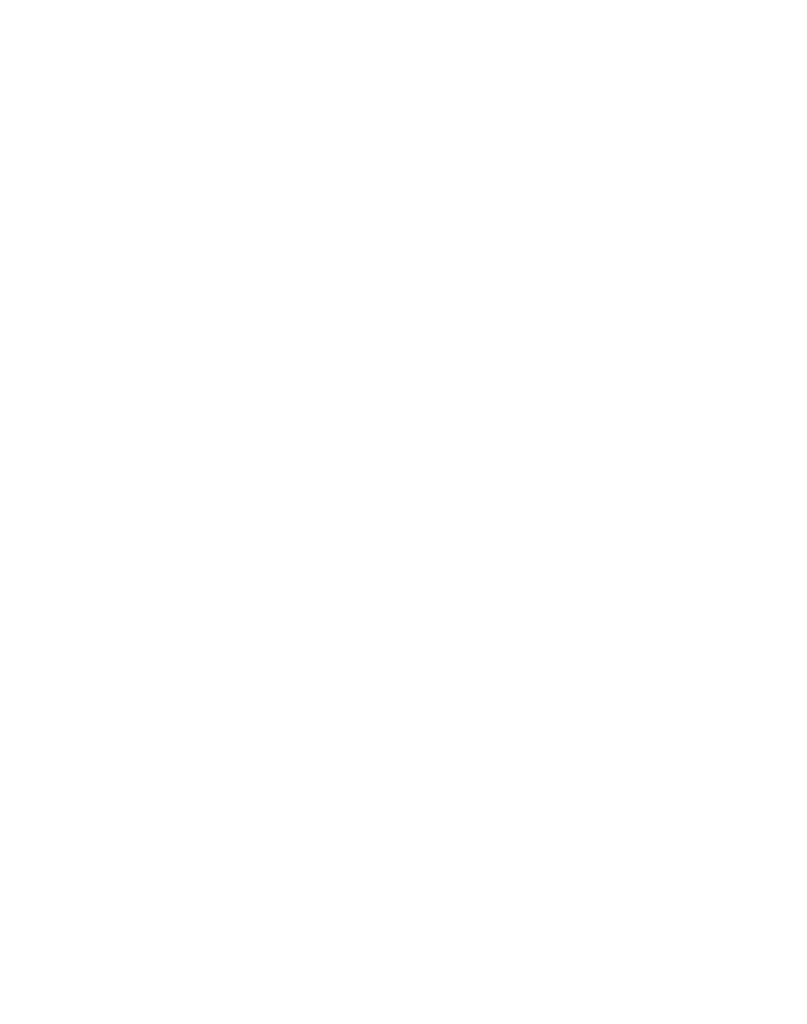
<source format=kicad_pcb>
(kicad_pcb (version 20171130) (host pcbnew "(5.0.1)-4")

  (general
    (thickness 1.6)
    (drawings 45)
    (tracks 0)
    (zones 0)
    (modules 0)
    (nets 1)
  )

  (page A4)
  (layers
    (0 F.Cu signal)
    (31 B.Cu signal)
    (32 B.Adhes user)
    (33 F.Adhes user)
    (34 B.Paste user)
    (35 F.Paste user)
    (36 B.SilkS user)
    (37 F.SilkS user)
    (38 B.Mask user)
    (39 F.Mask user)
    (40 Dwgs.User user)
    (41 Cmts.User user)
    (42 Eco1.User user)
    (43 Eco2.User user)
    (44 Edge.Cuts user)
    (45 Margin user)
    (46 B.CrtYd user)
    (47 F.CrtYd user)
    (48 B.Fab user)
    (49 F.Fab user)
  )

  (setup
    (last_trace_width 0.25)
    (trace_clearance 0.2)
    (zone_clearance 0)
    (zone_45_only no)
    (trace_min 0.2)
    (segment_width 0.1)
    (edge_width 0.15)
    (via_size 0.8)
    (via_drill 0.4)
    (via_min_size 0.4)
    (via_min_drill 0.3)
    (uvia_size 0.3)
    (uvia_drill 0.1)
    (uvias_allowed no)
    (uvia_min_size 0.2)
    (uvia_min_drill 0.1)
    (pcb_text_width 0.3)
    (pcb_text_size 1.5 1.5)
    (mod_edge_width 0.15)
    (mod_text_size 1 1)
    (mod_text_width 0.15)
    (pad_size 1.524 1.524)
    (pad_drill 0.762)
    (pad_to_mask_clearance 0.051)
    (solder_mask_min_width 0.25)
    (aux_axis_origin 0 0)
    (visible_elements 7FFFFFFF)
    (pcbplotparams
      (layerselection 0x010f0_ffffffff)
      (usegerberextensions false)
      (usegerberattributes false)
      (usegerberadvancedattributes false)
      (creategerberjobfile false)
      (excludeedgelayer true)
      (linewidth 0.100000)
      (plotframeref false)
      (viasonmask false)
      (mode 1)
      (useauxorigin false)
      (hpglpennumber 1)
      (hpglpenspeed 20)
      (hpglpendiameter 15.000000)
      (psnegative false)
      (psa4output false)
      (plotreference true)
      (plotvalue true)
      (plotinvisibletext false)
      (padsonsilk false)
      (subtractmaskfromsilk false)
      (outputformat 1)
      (mirror false)
      (drillshape 0)
      (scaleselection 1)
      (outputdirectory ""))
  )

  (net 0 "")

  (net_class Default "This is the default net class."
    (clearance 0.2)
    (trace_width 0.25)
    (via_dia 0.8)
    (via_drill 0.4)
    (uvia_dia 0.3)
    (uvia_drill 0.1)
  )

  (gr_line (start 0 128.5) (end 0 0) (layer Cmts.User) (width 0.1))
  (gr_line (start 101.3 128.5) (end 0 128.5) (layer Cmts.User) (width 0.1))
  (gr_line (start 101.3 0) (end 101.3 128.5) (layer Cmts.User) (width 0.1))
  (gr_line (start 0 0) (end 101.3 0) (layer Cmts.User) (width 0.1))
  (gr_circle (center 93.6 3) (end 95.2 3.2) (layer Cmts.User) (width 0.1) (tstamp 5D34E3F3))
  (gr_circle (center 93.6 125.5) (end 95.2 125.7) (layer Cmts.User) (width 0.1) (tstamp 5D34E3E6))
  (gr_circle (center 7.5 125.5) (end 9.1 125.7) (layer Cmts.User) (width 0.1) (tstamp 5D34E3DE))
  (gr_circle (center 7.5 3) (end 9.1 3.2) (layer Cmts.User) (width 0.1))
  (gr_circle (center 10.05 32.3) (end 15.05 32.3) (layer Cmts.User) (width 0.1) (tstamp 5D34E3B5))
  (gr_circle (center 91.35 32.3) (end 96.35 32.3) (layer Cmts.User) (width 0.1) (tstamp 5D34E3A1))
  (gr_circle (center 71.45 33.8) (end 75.45 33.8) (layer Cmts.User) (width 0.1) (tstamp 5D34E399))
  (gr_circle (center 71.5 55.7) (end 75.5 55.7) (layer Cmts.User) (width 0.1) (tstamp 5D34E395))
  (gr_circle (center 71.55 80.1) (end 75.55 80.1) (layer Cmts.User) (width 0.1) (tstamp 5D34E38F))
  (gr_circle (center 30.1 80) (end 34.1 80) (layer Cmts.User) (width 0.1) (tstamp 5D34E388))
  (gr_circle (center 30.15 55.7) (end 34.15 55.7) (layer Cmts.User) (width 0.1) (tstamp 5D34E382))
  (gr_circle (center 30.1 33.7) (end 34.1 33.7) (layer Cmts.User) (width 0.1) (tstamp 5D34E376))
  (gr_circle (center 50.5 23.2) (end 54.5 23.2) (layer Cmts.User) (width 0.1) (tstamp 5D34E370))
  (gr_circle (center 50.5 43.3) (end 54.5 43.3) (layer Cmts.User) (width 0.1) (tstamp 5D34E369))
  (gr_circle (center 50.5 62.6) (end 54.5 62.6) (layer Cmts.User) (width 0.1) (tstamp 5D34E34E))
  (gr_circle (center 50.5 82.1) (end 54.5 82.1) (layer Cmts.User) (width 0.1) (tstamp 5D34E331))
  (gr_circle (center 93.9 50.7) (end 97.151514 50.7) (layer Cmts.User) (width 0.1) (tstamp 5D34E329))
  (gr_circle (center 91.4 62.1) (end 94.651514 62.1) (layer Cmts.User) (width 0.1) (tstamp 5D34E324))
  (gr_circle (center 93.9 74.1) (end 97.151514 74.1) (layer Cmts.User) (width 0.1) (tstamp 5D34E31F))
  (gr_circle (center 91.5 86) (end 94.751514 86) (layer Cmts.User) (width 0.1) (tstamp 5D34E314))
  (gr_circle (center 94.05 113.4) (end 97.301514 113.4) (layer Cmts.User) (width 0.1) (tstamp 5D34E30E))
  (gr_circle (center 82.05 113.4) (end 85.301514 113.4) (layer Cmts.User) (width 0.1) (tstamp 5D34E308))
  (gr_circle (center 62.05 113.45) (end 65.301514 113.45) (layer Cmts.User) (width 0.1) (tstamp 5D34E304))
  (gr_circle (center 50.75 113.45) (end 54.001514 113.45) (layer Cmts.User) (width 0.1) (tstamp 5D34E2FC))
  (gr_circle (center 39.1 113.45) (end 42.351514 113.45) (layer Cmts.User) (width 0.1) (tstamp 5D34E2F5))
  (gr_circle (center 19.65 113.45) (end 22.901514 113.45) (layer Cmts.User) (width 0.1) (tstamp 5D34E2F1))
  (gr_circle (center 7.65 113.45) (end 10.901514 113.45) (layer Cmts.User) (width 0.1) (tstamp 5D34E2E7))
  (gr_circle (center 68.45 101.5) (end 71.701514 101.5) (layer Cmts.User) (width 0.1) (tstamp 5D34E2DD))
  (gr_circle (center 56.55 101.5) (end 59.801514 101.5) (layer Cmts.User) (width 0.1) (tstamp 5D34E2D8))
  (gr_circle (center 45.05 101.5) (end 48.301514 101.5) (layer Cmts.User) (width 0.1) (tstamp 5D34E2C7))
  (gr_circle (center 33.05 101.45) (end 36.301514 101.45) (layer Cmts.User) (width 0.1) (tstamp 5D34E2C1))
  (gr_circle (center 10.15 86.05) (end 13.401514 86.05) (layer Cmts.User) (width 0.1) (tstamp 5D34E2BB))
  (gr_circle (center 7.7 74.1) (end 10.951514 74.1) (layer Cmts.User) (width 0.1) (tstamp 5D34E2B7))
  (gr_circle (center 10.1 62.1) (end 13.351514 62.1) (layer Cmts.User) (width 0.1) (tstamp 5D34E2B1))
  (gr_circle (center 7.6 50.6) (end 10.851514 50.6) (layer Cmts.User) (width 0.1) (tstamp 5D34E2AA))
  (gr_circle (center 93.85 15.65) (end 97.101514 15.65) (layer Cmts.User) (width 0.1) (tstamp 5D34E2A5))
  (gr_circle (center 82.35 15.65) (end 85.601514 15.65) (layer Cmts.User) (width 0.1) (tstamp 5D34E29C))
  (gr_circle (center 19.05 15.7) (end 22.301514 15.7) (layer Cmts.User) (width 0.1) (tstamp 5D34E292))
  (gr_circle (center 65.4 15.65) (end 68.651514 15.65) (layer Cmts.User) (width 0.1) (tstamp 5D34E28C))
  (gr_circle (center 35.4 15.65) (end 38.651514 15.65) (layer Cmts.User) (width 0.1) (tstamp 5D34E27F))
  (gr_circle (center 7.548486 15.7) (end 10.8 15.7) (layer Cmts.User) (width 0.1))

)

</source>
